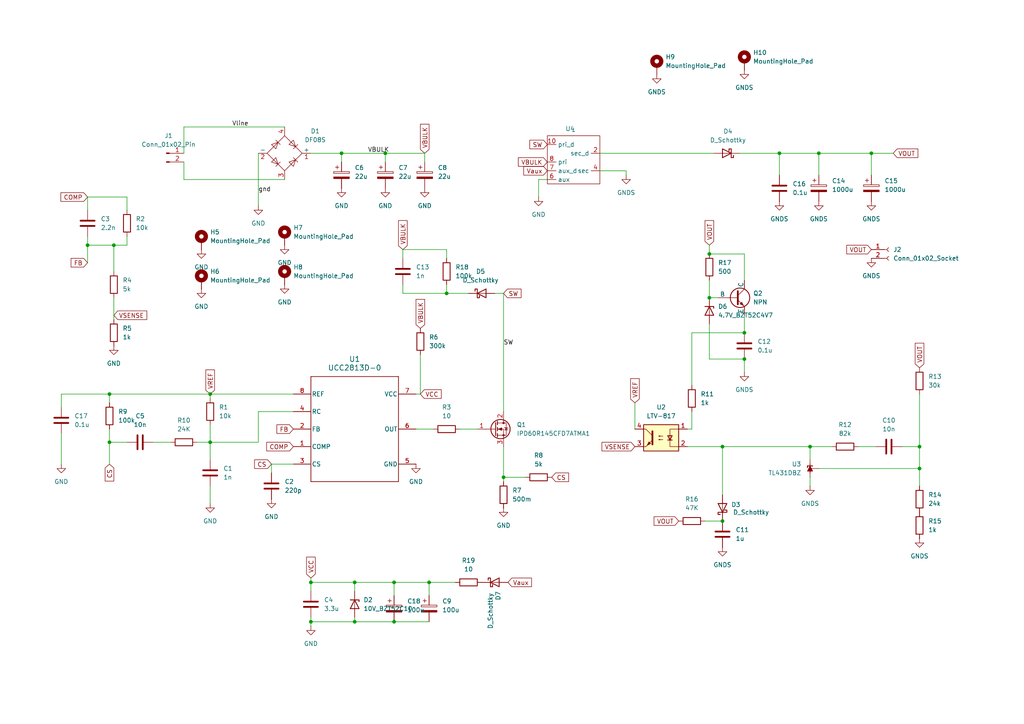
<source format=kicad_sch>
(kicad_sch (version 20250114) (generator "eeschema") (generator_version "9.0")
  (paper "A4")
  (lib_symbols
    (symbol "Connector:Conn_01x02_Pin" (pin_names (offset 1.016) (hide yes))
      (property "Reference" "J" (at 0 2.54 0))
      (property "Value" "Conn_01x02_Pin" (at 0 -5.08 0))
      (symbol "Conn_01x02_Pin_1_1"
        (rectangle (start 0.8636 0.127) (end 0 -0.127) (stroke (width 0.1524)) (fill (type outline)))
        (rectangle (start 0.8636 -2.413) (end 0 -2.667) (stroke (width 0.1524)) (fill (type outline)))
        (polyline (pts (xy 1.27 0) (xy 0.8636 0)) (stroke (width 0.1524)))
        (polyline (pts (xy 1.27 -2.54) (xy 0.8636 -2.54)) (stroke (width 0.1524)))
        (pin passive line (at 5.08 0 180) (length 3.81) (name "Pin_1") (number "1"))
        (pin passive line (at 5.08 -2.54 180) (length 3.81) (name "Pin_2") (number "2"))
      )
    )
    (symbol "Connector:Conn_01x02_Socket" (pin_names (offset 1.016) (hide yes))
      (property "Reference" "J" (at 0 2.54 0))
      (property "Value" "Conn_01x02_Socket" (at 0 -5.08 0))
      (symbol "Conn_01x02_Socket_1_1"
        (polyline (pts (xy -1.27 0) (xy -0.508 0)) (stroke (width 0.1524)))
        (polyline (pts (xy -1.27 -2.54) (xy -0.508 -2.54)) (stroke (width 0.1524)))
        (arc (start 0 -0.508) (mid -0.5058 0) (end 0 0.508) (stroke (width 0.1524)))
        (arc (start 0 -3.048) (mid -0.5058 -2.54) (end 0 -2.032) (stroke (width 0.1524)))
        (pin passive line (at -5.08 0 0) (length 3.81) (name "Pin_1") (number "1"))
        (pin passive line (at -5.08 -2.54 0) (length 3.81) (name "Pin_2") (number "2"))
      )
    )
    (symbol "Device:C" (pin_numbers (hide yes)) (pin_names (offset 0.254))
      (property "Reference" "C" (at 0.635 2.54 0))
      (property "Value" "C" (at 0.635 -2.54 0))
      (symbol "C_0_1"
        (polyline (pts (xy -2.032 0.762) (xy 2.032 0.762)) (stroke (width 0.508)))
        (polyline (pts (xy -2.032 -0.762) (xy 2.032 -0.762)) (stroke (width 0.508)))
      )
      (symbol "C_1_1"
        (pin passive line (at 0 3.81 270) (length 2.794) (name "~") (number "1"))
        (pin passive line (at 0 -3.81 90) (length 2.794) (name "~") (number "2"))
      )
    )
    (symbol "Device:C_Polarized" (pin_numbers (hide yes)) (pin_names (offset 0.254))
      (property "Reference" "C" (at 0.635 2.54 0))
      (property "Value" "C_Polarized" (at 0.635 -2.54 0))
      (symbol "C_Polarized_0_1"
        (rectangle (start -2.286 0.508) (end 2.286 1.016))
        (polyline (pts (xy -1.778 2.286) (xy -0.762 2.286)))
        (polyline (pts (xy -1.27 2.794) (xy -1.27 1.778)))
        (rectangle (start 2.286 -0.508) (end -2.286 -1.016) (fill (type outline)))
      )
      (symbol "C_Polarized_1_1"
        (pin passive line (at 0 3.81 270) (length 2.794) (name "~") (number "1"))
        (pin passive line (at 0 -3.81 90) (length 2.794) (name "~") (number "2"))
      )
    )
    (symbol "Device:D_Schottky" (pin_numbers (hide yes)) (pin_names (offset 1.016) (hide yes))
      (property "Reference" "D" (at 0 2.54 0))
      (property "Value" "D_Schottky" (at 0 -2.54 0))
      (symbol "D_Schottky_0_1"
        (polyline (pts (xy -1.905 0.635) (xy -1.905 1.27) (xy -1.27 1.27) (xy -1.27 -1.27) (xy -0.635 -1.27) (xy -0.635 -0.635)) (stroke (width 0.254)))
        (polyline (pts (xy 1.27 1.27) (xy 1.27 -1.27) (xy -1.27 0) (xy 1.27 1.27)) (stroke (width 0.254)))
        (polyline (pts (xy 1.27 0) (xy -1.27 0)))
      )
      (symbol "D_Schottky_1_1"
        (pin passive line (at -3.81 0 0) (length 2.54) (name "K") (number "1"))
        (pin passive line (at 3.81 0 180) (length 2.54) (name "A") (number "2"))
      )
    )
    (symbol "Device:D_Zener" (pin_numbers (hide yes)) (pin_names (offset 1.016) (hide yes))
      (property "Reference" "D" (at 0 2.54 0))
      (property "Value" "D_Zener" (at 0 -2.54 0))
      (symbol "D_Zener_0_1"
        (polyline (pts (xy -1.27 -1.27) (xy -1.27 1.27) (xy -0.762 1.27)) (stroke (width 0.254)))
        (polyline (pts (xy 1.27 0) (xy -1.27 0)))
        (polyline (pts (xy 1.27 -1.27) (xy 1.27 1.27) (xy -1.27 0) (xy 1.27 -1.27)) (stroke (width 0.254)))
      )
      (symbol "D_Zener_1_1"
        (pin passive line (at -3.81 0 0) (length 2.54) (name "K") (number "1"))
        (pin passive line (at 3.81 0 180) (length 2.54) (name "A") (number "2"))
      )
    )
    (symbol "Device:R" (pin_numbers (hide yes)) (pin_names (offset 0))
      (property "Reference" "R" (at 2.032 0 90))
      (property "Value" "R" (at 0 0 90))
      (symbol "R_0_1"
        (rectangle (start -1.016 -2.54) (end 1.016 2.54) (stroke (width 0.254)))
      )
      (symbol "R_1_1"
        (pin passive line (at 0 3.81 270) (length 1.27) (name "~") (number "1"))
        (pin passive line (at 0 -3.81 90) (length 1.27) (name "~") (number "2"))
      )
    )
    (symbol "Diode_Bridge:DF08S" (pin_names (offset 0))
      (property "Reference" "D" (at 2.54 6.985 0))
      (property "Value" "DF08S" (at 2.54 5.08 0))
      (symbol "DF08S_0_1"
        (polyline (pts (xy -5.08 0) (xy 0 -5.08) (xy 5.08 0) (xy 0 5.08) (xy -5.08 0)))
        (polyline (pts (xy -3.81 2.54) (xy -2.54 1.27) (xy -1.905 3.175) (xy -3.81 2.54)))
        (polyline (pts (xy -2.54 3.81) (xy -1.27 2.54)))
        (polyline (pts (xy -2.54 -1.27) (xy -3.81 -2.54) (xy -1.905 -3.175) (xy -2.54 -1.27)))
        (polyline (pts (xy -1.27 -2.54) (xy -2.54 -3.81)))
        (polyline (pts (xy 1.27 2.54) (xy 2.54 3.81) (xy 3.175 1.905) (xy 1.27 2.54)))
        (polyline (pts (xy 2.54 1.27) (xy 3.81 2.54)))
        (polyline (pts (xy 2.54 -1.27) (xy 3.81 -2.54)))
        (polyline (pts (xy 3.175 -1.905) (xy 1.27 -2.54) (xy 2.54 -3.81) (xy 3.175 -1.905)))
      )
      (symbol "DF08S_1_1"
        (pin passive line (at -7.62 0 0) (length 2.54) (name "-") (number "2"))
        (pin passive line (at 0 7.62 270) (length 2.54) (name "~") (number "4"))
        (pin passive line (at 0 -7.62 90) (length 2.54) (name "~") (number "3"))
        (pin passive line (at 7.62 0 180) (length 2.54) (name "+") (number "1"))
      )
    )
    (symbol "Isolator:LTV-817" (pin_names (offset 1.016))
      (property "Reference" "U" (at -5.08 5.08 0))
      (property "Value" "LTV-817" (at 0 5.08 0))
      (symbol "LTV-817_0_1"
        (rectangle (start -5.08 3.81) (end 5.08 -3.81) (stroke (width 0.254)) (fill (type background)))
        (polyline (pts (xy -5.08 2.54) (xy -2.54 2.54) (xy -2.54 -0.762)))
        (polyline (pts (xy -3.175 -0.635) (xy -1.905 -0.635)) (stroke (width 0.254)))
        (polyline (pts (xy -2.54 -0.635) (xy -2.54 -2.54) (xy -5.08 -2.54)))
        (polyline (pts (xy -2.54 -0.635) (xy -3.175 0.635) (xy -1.905 0.635) (xy -2.54 -0.635)) (stroke (width 0.254)))
        (polyline (pts (xy -0.508 0.508) (xy 0.762 0.508) (xy 0.381 0.381) (xy 0.381 0.635) (xy 0.762 0.508)))
        (polyline (pts (xy -0.508 -0.508) (xy 0.762 -0.508) (xy 0.381 -0.635) (xy 0.381 -0.381) (xy 0.762 -0.508)))
        (polyline (pts (xy 2.54 1.905) (xy 2.54 -1.905) (xy 2.54 -1.905)) (stroke (width 0.508)))
        (polyline (pts (xy 2.54 0.635) (xy 4.445 2.54)))
        (polyline (pts (xy 3.048 -1.651) (xy 3.556 -1.143) (xy 4.064 -2.159) (xy 3.048 -1.651) (xy 3.048 -1.651)) (fill (type outline)))
        (polyline (pts (xy 4.445 2.54) (xy 5.08 2.54)))
        (polyline (pts (xy 4.445 -2.54) (xy 2.54 -0.635)) (fill (type outline)))
        (polyline (pts (xy 4.445 -2.54) (xy 5.08 -2.54)))
      )
      (symbol "LTV-817_1_1"
        (pin passive line (at -7.62 2.54 0) (length 2.54) (name "~") (number "1"))
        (pin passive line (at -7.62 -2.54 0) (length 2.54) (name "~") (number "2"))
        (pin passive line (at 7.62 2.54 180) (length 2.54) (name "~") (number "4"))
        (pin passive line (at 7.62 -2.54 180) (length 2.54) (name "~") (number "3"))
      )
    )
    (symbol "Mechanical:MountingHole_Pad" (pin_numbers (hide yes)) (pin_names (offset 1.016) (hide yes)) (in_bom no)
      (property "Reference" "H" (at 0 6.35 0))
      (property "Value" "MountingHole_Pad" (at 0 4.445 0))
      (symbol "MountingHole_Pad_0_1"
        (circle (center 0 1.27) (radius 1.27) (stroke (width 1.27)))
      )
      (symbol "MountingHole_Pad_1_1"
        (pin input line (at 0 -2.54 90) (length 2.54) (name "1") (number "1"))
      )
    )
    (symbol "Reference_Voltage:TL431DBZ" (pin_numbers (hide yes)) (pin_names (hide yes))
      (property "Reference" "U" (at -2.54 2.54 0))
      (property "Value" "TL431DBZ" (at 0 -2.54 0))
      (symbol "TL431DBZ_0_1"
        (polyline (pts (xy -1.27 0) (xy 0 0) (xy 1.27 0)))
        (polyline (pts (xy -0.762 -0.762) (xy -0.762 0.762) (xy 0.762 0) (xy -0.762 -0.762)) (fill (type outline)))
        (polyline (pts (xy 0.254 -0.762) (xy 0.762 -0.762) (xy 0.762 0.762) (xy 0.762 0.762)) (stroke (width 0.254)))
      )
      (symbol "TL431DBZ_1_1"
        (pin passive line (at -2.54 0 0) (length 2.54) (name "A") (number "3"))
        (pin passive line (at 0 2.54 270) (length 2.54) (name "REF") (number "2"))
        (pin passive line (at 2.54 0 180) (length 2.54) (name "K") (number "1"))
      )
    )
    (symbol "Simulation_SPICE:NPN" (pin_numbers (hide yes)) (pin_names (offset 0))
      (property "Reference" "Q" (at -2.54 7.62 0))
      (property "Value" "NPN" (at -2.54 5.08 0))
      (symbol "NPN_0_1"
        (polyline (pts (xy -2.54 0) (xy 0.635 0)) (stroke (width 0.1524)))
        (polyline (pts (xy 0.635 1.905) (xy 0.635 -1.905) (xy 0.635 -1.905)) (stroke (width 0.508)))
        (polyline (pts (xy 0.635 0.635) (xy 2.54 2.54)))
        (polyline (pts (xy 0.635 -0.635) (xy 2.54 -2.54) (xy 2.54 -2.54)))
        (circle (center 1.27 0) (radius 2.8194) (stroke (width 0.254)))
        (polyline (pts (xy 1.27 -1.778) (xy 1.778 -1.27) (xy 2.286 -2.286) (xy 1.27 -1.778) (xy 1.27 -1.778)) (fill (type outline)))
        (polyline (pts (xy 2.794 -1.27) (xy 2.794 -1.27)) (stroke (width 0.1524)))
        (polyline (pts (xy 2.794 -1.27) (xy 2.794 -1.27)) (stroke (width 0.1524)))
      )
      (symbol "NPN_1_1"
        (pin input line (at -5.08 0 0) (length 2.54) (name "B") (number "2"))
        (pin open_collector line (at 2.54 5.08 270) (length 2.54) (name "C") (number "1"))
        (pin open_emitter line (at 2.54 -5.08 90) (length 2.54) (name "E") (number "3"))
      )
    )
    (symbol "Transistor_FET:IPD50R380CE" (pin_names (hide yes))
      (property "Reference" "Q" (at 5.08 1.905 0))
      (property "Value" "IPD50R380CE" (at 5.08 0 0))
      (symbol "IPD50R380CE_0_1"
        (polyline (pts (xy 0.254 1.905) (xy 0.254 -1.905)) (stroke (width 0.254)))
        (polyline (pts (xy 0.254 0) (xy -2.54 0)))
        (polyline (pts (xy 0.762 2.286) (xy 0.762 1.27)) (stroke (width 0.254)))
        (polyline (pts (xy 0.762 0.508) (xy 0.762 -0.508)) (stroke (width 0.254)))
        (polyline (pts (xy 0.762 -1.27) (xy 0.762 -2.286)) (stroke (width 0.254)))
        (polyline (pts (xy 0.762 -1.778) (xy 3.302 -1.778) (xy 3.302 1.778) (xy 0.762 1.778)))
        (polyline (pts (xy 1.016 0) (xy 2.032 0.381) (xy 2.032 -0.381) (xy 1.016 0)) (fill (type outline)))
        (circle (center 1.651 0) (radius 2.794) (stroke (width 0.254)))
        (polyline (pts (xy 2.54 2.54) (xy 2.54 1.778)))
        (circle (center 2.54 1.778) (radius 0.254) (fill (type outline)))
        (circle (center 2.54 -1.778) (radius 0.254) (fill (type outline)))
        (polyline (pts (xy 2.54 -2.54) (xy 2.54 0) (xy 0.762 0)))
        (polyline (pts (xy 2.794 0.508) (xy 2.921 0.381) (xy 3.683 0.381) (xy 3.81 0.254)))
        (polyline (pts (xy 3.302 0.381) (xy 2.921 -0.254) (xy 3.683 -0.254) (xy 3.302 0.381)))
      )
      (symbol "IPD50R380CE_1_1"
        (pin input line (at -5.08 0 0) (length 2.54) (name "G") (number "1"))
        (pin passive line (at 2.54 5.08 270) (length 2.54) (name "D") (number "2"))
        (pin passive line (at 2.54 -5.08 90) (length 2.54) (name "S") (number "3"))
      )
    )
    (symbol "UCC2813-0:UCC2813D-0" (pin_names (offset 0.254))
      (property "Reference" "U" (at 0 2.54 0))
      (property "Value" "UCC2813D-0" (at 0 0 0))
      (symbol "UCC2813D-0_0_1"
        (polyline (pts (xy -12.7 15.24) (xy -12.7 -15.24)) (stroke (width 0.2032)))
        (polyline (pts (xy -12.7 -15.24) (xy 12.7 -15.24)) (stroke (width 0.2032)))
        (polyline (pts (xy 12.7 15.24) (xy -12.7 15.24)) (stroke (width 0.2032)))
        (polyline (pts (xy 12.7 -15.24) (xy 12.7 15.24)) (stroke (width 0.2032)))
        (pin power_in line (at -17.78 10.16 0) (length 5.08) (name "REF") (number "8"))
        (pin input line (at -17.78 5.08 0) (length 5.08) (name "RC") (number "4"))
        (pin input line (at -17.78 0 0) (length 5.08) (name "FB") (number "2"))
        (pin output line (at -17.78 -5.08 0) (length 5.08) (name "COMP") (number "1"))
        (pin input line (at -17.78 -10.16 0) (length 5.08) (name "CS") (number "3"))
        (pin power_in line (at 17.78 10.16 180) (length 5.08) (name "VCC") (number "7"))
        (pin output line (at 17.78 0 180) (length 5.08) (name "OUT") (number "6"))
        (pin power_in line (at 17.78 -10.16 180) (length 5.08) (name "GND") (number "5"))
      )
    )
    (symbol "power:GND" (power) (pin_numbers (hide yes)) (pin_names (offset 0) (hide yes))
      (property "Value" "GND" (at 0 -3.81 0))
      (symbol "GND_0_1"
        (polyline (pts (xy 0 0) (xy 0 -1.27) (xy 1.27 -1.27) (xy 0 -2.54) (xy -1.27 -1.27) (xy 0 -1.27)))
      )
      (symbol "GND_1_1"
        (pin power_in line (at 0 0 270) (length 0) (name "~") (number "1"))
      )
    )
    (symbol "power:GNDS" (power) (pin_numbers (hide yes)) (pin_names (offset 0) (hide yes))
      (property "Value" "GNDS" (at 0 -3.81 0))
      (symbol "GNDS_0_1"
        (polyline (pts (xy 0 0) (xy 0 -1.27) (xy 1.27 -1.27) (xy 0 -2.54) (xy -1.27 -1.27) (xy 0 -1.27)))
      )
      (symbol "GNDS_1_1"
        (pin power_in line (at 0 0 270) (length 0) (name "~") (number "1"))
      )
    )
    (symbol "transformer:transformer_1"
      (property "Reference" "U" (at 1.016 1.27 0))
      (symbol "transformer_1_0_1"
        (rectangle (start -6.35 0) (end 8.89 -13.97))
      )
      (symbol "transformer_1_1_1"
        (pin bidirectional line (at -6.35 -2.54 0) (length 2.54) (name "pri_d") (number "10"))
        (pin bidirectional line (at -6.35 -5.08 180) (length 2.54) (hide yes) (name "9") (number "9"))
        (pin bidirectional line (at -6.35 -7.62 0) (length 2.54) (name "pri") (number "8"))
        (pin bidirectional line (at -6.35 -10.16 0) (length 2.54) (name "aux_d") (number "7"))
        (pin bidirectional line (at -6.35 -12.7 0) (length 2.54) (name "aux") (number "6"))
        (pin no_connect line (at 6.35 -2.54 0) (length 2.54) (hide yes) (name "1") (number "1"))
        (pin no_connect line (at 6.35 -7.62 0) (length 2.54) (hide yes) (name "3") (number "3"))
        (pin no_connect line (at 6.35 -12.7 0) (length 2.54) (hide yes) (name "5") (number "5"))
        (pin bidirectional line (at 8.89 -5.08 180) (length 2.54) (name "sec_d") (number "2"))
        (pin bidirectional line (at 8.89 -10.16 180) (length 2.54) (name "sec") (number "4"))
      )
    )
  )
  (junction (at 215.9 104.14))
  (junction (at 266.7 129.54))
  (junction (at 60.96 114.3))
  (junction (at 209.55 129.54))
  (junction (at 60.96 128.27))
  (junction (at 252.73 44.45))
  (junction (at 114.3 180.34))
  (junction (at 205.74 86.36))
  (junction (at 31.75 128.27))
  (junction (at 234.95 129.54))
  (junction (at 114.3 168.91))
  (junction (at 146.05 138.43))
  (junction (at 237.49 44.45))
  (junction (at 226.06 44.45))
  (junction (at 209.55 151.13))
  (junction (at 102.87 168.91))
  (junction (at 102.87 180.34))
  (junction (at 129.54 85.09))
  (junction (at 25.4 71.12))
  (junction (at 111.76 44.45))
  (junction (at 90.17 168.91))
  (junction (at 99.06 44.45))
  (junction (at 215.9 96.52))
  (junction (at 33.02 71.12))
  (junction (at 124.46 168.91))
  (junction (at 31.75 114.3))
  (junction (at 90.17 180.34))
  (junction (at 205.74 73.66))
  (junction (at 266.7 135.89))
  (wire (pts (xy 173.99 49.53) (xy 181.61 49.53)))
  (wire (pts (xy 31.75 134.62) (xy 31.75 128.27)))
  (wire (pts (xy 120.65 124.46) (xy 125.73 124.46)))
  (wire (pts (xy 102.87 171.45) (xy 102.87 168.91)))
  (wire (pts (xy 205.74 93.98) (xy 205.74 104.14)))
  (wire (pts (xy 234.95 129.54) (xy 241.3 129.54)))
  (wire (pts (xy 111.76 44.45) (xy 123.19 44.45)))
  (wire (pts (xy 200.66 96.52) (xy 215.9 96.52)))
  (wire (pts (xy 133.35 124.46) (xy 138.43 124.46)))
  (wire (pts (xy 116.84 82.55) (xy 116.84 85.09)))
  (wire (pts (xy 53.34 52.07) (xy 53.34 46.99)))
  (wire (pts (xy 33.02 71.12) (xy 33.02 78.74)))
  (wire (pts (xy 209.55 129.54) (xy 199.39 129.54)))
  (wire (pts (xy 74.93 44.45) (xy 74.93 59.69)))
  (wire (pts (xy 184.15 116.84) (xy 184.15 124.46)))
  (wire (pts (xy 31.75 116.84) (xy 31.75 114.3)))
  (wire (pts (xy 209.55 129.54) (xy 234.95 129.54)))
  (wire (pts (xy 266.7 140.97) (xy 266.7 135.89)))
  (wire (pts (xy 44.45 128.27) (xy 49.53 128.27)))
  (wire (pts (xy 215.9 73.66) (xy 205.74 73.66)))
  (wire (pts (xy 90.17 168.91) (xy 90.17 171.45)))
  (wire (pts (xy 114.3 180.34) (xy 124.46 180.34)))
  (wire (pts (xy 209.55 143.51) (xy 209.55 129.54)))
  (wire (pts (xy 146.05 129.54) (xy 146.05 138.43)))
  (wire (pts (xy 25.4 68.58) (xy 25.4 71.12)))
  (wire (pts (xy 25.4 57.15) (xy 36.83 57.15)))
  (wire (pts (xy 129.54 85.09) (xy 116.84 85.09)))
  (wire (pts (xy 205.74 81.28) (xy 205.74 86.36)))
  (wire (pts (xy 156.21 52.07) (xy 158.75 52.07)))
  (wire (pts (xy 25.4 57.15) (xy 25.4 60.96)))
  (wire (pts (xy 146.05 85.09) (xy 146.05 119.38)))
  (wire (pts (xy 90.17 181.61) (xy 90.17 180.34)))
  (wire (pts (xy 252.73 44.45) (xy 252.73 50.8)))
  (wire (pts (xy 57.15 128.27) (xy 60.96 128.27)))
  (wire (pts (xy 60.96 128.27) (xy 74.93 128.27)))
  (wire (pts (xy 120.65 114.3) (xy 121.92 114.3)))
  (wire (pts (xy 90.17 44.45) (xy 99.06 44.45)))
  (wire (pts (xy 135.89 85.09) (xy 129.54 85.09)))
  (wire (pts (xy 121.92 102.87) (xy 121.92 114.3)))
  (wire (pts (xy 215.9 81.28) (xy 215.9 73.66)))
  (wire (pts (xy 78.74 134.62) (xy 85.09 134.62)))
  (wire (pts (xy 208.28 86.36) (xy 205.74 86.36)))
  (wire (pts (xy 99.06 44.45) (xy 99.06 46.99)))
  (wire (pts (xy 90.17 180.34) (xy 102.87 180.34)))
  (wire (pts (xy 53.34 44.45) (xy 53.34 36.83)))
  (wire (pts (xy 124.46 172.72) (xy 124.46 168.91)))
  (wire (pts (xy 237.49 135.89) (xy 266.7 135.89)))
  (wire (pts (xy 114.3 172.72) (xy 114.3 168.91)))
  (wire (pts (xy 31.75 128.27) (xy 31.75 124.46)))
  (wire (pts (xy 129.54 74.93) (xy 129.54 72.39)))
  (wire (pts (xy 17.78 134.62) (xy 17.78 125.73)))
  (wire (pts (xy 261.62 129.54) (xy 266.7 129.54)))
  (wire (pts (xy 53.34 36.83) (xy 82.55 36.83)))
  (wire (pts (xy 215.9 107.95) (xy 215.9 104.14)))
  (wire (pts (xy 60.96 115.57) (xy 60.96 114.3)))
  (wire (pts (xy 36.83 60.96) (xy 36.83 57.15)))
  (wire (pts (xy 36.83 68.58) (xy 36.83 71.12)))
  (wire (pts (xy 60.96 140.97) (xy 60.96 146.05)))
  (wire (pts (xy 90.17 180.34) (xy 90.17 179.07)))
  (wire (pts (xy 173.99 44.45) (xy 207.01 44.45)))
  (wire (pts (xy 123.19 44.45) (xy 123.19 46.99)))
  (wire (pts (xy 200.66 119.38) (xy 200.66 124.46)))
  (wire (pts (xy 78.74 137.16) (xy 78.74 134.62)))
  (wire (pts (xy 74.93 119.38) (xy 74.93 128.27)))
  (wire (pts (xy 129.54 82.55) (xy 129.54 85.09)))
  (wire (pts (xy 102.87 168.91) (xy 114.3 168.91)))
  (wire (pts (xy 116.84 72.39) (xy 129.54 72.39)))
  (wire (pts (xy 146.05 138.43) (xy 146.05 139.7)))
  (wire (pts (xy 259.08 44.45) (xy 252.73 44.45)))
  (wire (pts (xy 99.06 44.45) (xy 111.76 44.45)))
  (wire (pts (xy 205.74 104.14) (xy 215.9 104.14)))
  (wire (pts (xy 226.06 44.45) (xy 237.49 44.45)))
  (wire (pts (xy 60.96 123.19) (xy 60.96 128.27)))
  (wire (pts (xy 85.09 119.38) (xy 74.93 119.38)))
  (wire (pts (xy 234.95 129.54) (xy 234.95 133.35)))
  (wire (pts (xy 114.3 168.91) (xy 124.46 168.91)))
  (wire (pts (xy 143.51 85.09) (xy 146.05 85.09)))
  (wire (pts (xy 200.66 111.76) (xy 200.66 96.52)))
  (wire (pts (xy 116.84 72.39) (xy 116.84 74.93)))
  (wire (pts (xy 199.39 124.46) (xy 200.66 124.46)))
  (wire (pts (xy 252.73 44.45) (xy 237.49 44.45)))
  (wire (pts (xy 33.02 86.36) (xy 33.02 92.71)))
  (wire (pts (xy 156.21 57.15) (xy 156.21 52.07)))
  (wire (pts (xy 226.06 44.45) (xy 214.63 44.45)))
  (wire (pts (xy 102.87 179.07) (xy 102.87 180.34)))
  (wire (pts (xy 17.78 118.11) (xy 17.78 114.3)))
  (wire (pts (xy 124.46 168.91) (xy 132.08 168.91)))
  (wire (pts (xy 31.75 128.27) (xy 36.83 128.27)))
  (wire (pts (xy 146.05 138.43) (xy 152.4 138.43)))
  (wire (pts (xy 248.92 129.54) (xy 254 129.54)))
  (wire (pts (xy 234.95 140.97) (xy 234.95 138.43)))
  (wire (pts (xy 266.7 135.89) (xy 266.7 129.54)))
  (wire (pts (xy 237.49 44.45) (xy 237.49 50.8)))
  (wire (pts (xy 31.75 114.3) (xy 60.96 114.3)))
  (wire (pts (xy 204.47 151.13) (xy 209.55 151.13)))
  (wire (pts (xy 82.55 52.07) (xy 53.34 52.07)))
  (wire (pts (xy 181.61 49.53) (xy 181.61 50.8)))
  (wire (pts (xy 90.17 167.64) (xy 90.17 168.91)))
  (wire (pts (xy 60.96 114.3) (xy 85.09 114.3)))
  (wire (pts (xy 25.4 71.12) (xy 25.4 76.2)))
  (wire (pts (xy 60.96 128.27) (xy 60.96 133.35)))
  (wire (pts (xy 102.87 180.34) (xy 114.3 180.34)))
  (wire (pts (xy 215.9 91.44) (xy 215.9 96.52)))
  (wire (pts (xy 205.74 71.12) (xy 205.74 73.66)))
  (wire (pts (xy 111.76 44.45) (xy 111.76 46.99)))
  (wire (pts (xy 33.02 71.12) (xy 36.83 71.12)))
  (wire (pts (xy 266.7 114.3) (xy 266.7 129.54)))
  (wire (pts (xy 226.06 44.45) (xy 226.06 50.8)))
  (wire (pts (xy 90.17 168.91) (xy 102.87 168.91)))
  (wire (pts (xy 25.4 71.12) (xy 33.02 71.12)))
  (wire (pts (xy 17.78 114.3) (xy 31.75 114.3)))
  (label "gnd" (at 74.93 55.88 0))
  (label "VBULK" (at 106.68 44.45 0))
  (label "Vline" (at 67.31 36.83 0))
  (label "SW" (at 146.05 100.33 0))
  (global_label "Vaux" (shape input) (at 147.32 168.91 0) (property "Intersheetrefs" "${INTERSHEET_REFS}" (effects (hide yes))))
  (global_label "VREF" (shape input) (at 60.96 114.3 90) (property "Intersheetrefs" "${INTERSHEET_REFS}" (effects (hide yes))))
  (global_label "SW" (shape input) (at 158.75 41.91 180) (property "Intersheetrefs" "${INTERSHEET_REFS}" (effects (hide yes))))
  (global_label "CS" (shape input) (at 78.74 134.62 180) (property "Intersheetrefs" "${INTERSHEET_REFS}" (effects (hide yes))))
  (global_label "SW" (shape input) (at 146.05 85.09 0) (property "Intersheetrefs" "${INTERSHEET_REFS}" (effects (hide yes))))
  (global_label "CS" (shape input) (at 31.75 134.62 270) (property "Intersheetrefs" "${INTERSHEET_REFS}" (effects (hide yes))))
  (global_label "VCC" (shape input) (at 121.92 114.3 0) (property "Intersheetrefs" "${INTERSHEET_REFS}" (effects (hide yes))))
  (global_label "VOUT" (shape input) (at 252.73 72.39 180) (property "Intersheetrefs" "${INTERSHEET_REFS}" (effects (hide yes))))
  (global_label "FB" (shape input) (at 25.4 76.2 180) (property "Intersheetrefs" "${INTERSHEET_REFS}" (effects (hide yes))))
  (global_label "VOUT" (shape input) (at 266.7 106.68 90) (property "Intersheetrefs" "${INTERSHEET_REFS}" (effects (hide yes))))
  (global_label "VOUT" (shape input) (at 259.08 44.45 0) (property "Intersheetrefs" "${INTERSHEET_REFS}" (effects (hide yes))))
  (global_label "VBULK" (shape input) (at 123.19 44.45 90) (property "Intersheetrefs" "${INTERSHEET_REFS}" (effects (hide yes))))
  (global_label "VBULK" (shape input) (at 116.84 72.39 90) (property "Intersheetrefs" "${INTERSHEET_REFS}" (effects (hide yes))))
  (global_label "VREF" (shape input) (at 184.15 116.84 90) (property "Intersheetrefs" "${INTERSHEET_REFS}" (effects (hide yes))))
  (global_label "FB" (shape input) (at 85.09 124.46 180) (property "Intersheetrefs" "${INTERSHEET_REFS}" (effects (hide yes))))
  (global_label "VSENSE" (shape input) (at 184.15 129.54 180) (property "Intersheetrefs" "${INTERSHEET_REFS}" (effects (hide yes))))
  (global_label "VSENSE" (shape input) (at 33.02 91.44 0) (property "Intersheetrefs" "${INTERSHEET_REFS}" (effects (hide yes))))
  (global_label "VCC" (shape input) (at 90.17 167.64 90) (property "Intersheetrefs" "${INTERSHEET_REFS}" (effects (hide yes))))
  (global_label "Vaux" (shape input) (at 158.75 49.53 180) (property "Intersheetrefs" "${INTERSHEET_REFS}" (effects (hide yes))))
  (global_label "VBULK" (shape input) (at 121.92 95.25 90) (property "Intersheetrefs" "${INTERSHEET_REFS}" (effects (hide yes))))
  (global_label "CS" (shape input) (at 160.02 138.43 0) (property "Intersheetrefs" "${INTERSHEET_REFS}" (effects (hide yes))))
  (global_label "COMP" (shape input) (at 85.09 129.54 180) (property "Intersheetrefs" "${INTERSHEET_REFS}" (effects (hide yes))))
  (global_label "VBULK" (shape input) (at 158.75 46.99 180) (property "Intersheetrefs" "${INTERSHEET_REFS}" (effects (hide yes))))
  (global_label "VOUT" (shape input) (at 205.74 71.12 90) (property "Intersheetrefs" "${INTERSHEET_REFS}" (effects (hide yes))))
  (global_label "COMP" (shape input) (at 25.4 57.15 180) (property "Intersheetrefs" "${INTERSHEET_REFS}" (effects (hide yes))))
  (global_label "VOUT" (shape input) (at 196.85 151.13 180) (property "Intersheetrefs" "${INTERSHEET_REFS}" (effects (hide yes))))
  (symbol (lib_id "power:GNDS") (at 234.95 140.97 0) (unit 1)
    (property "Reference" "#PWR011" (effects (hide yes)))
    (property "Value" "GNDS" (at 234.95 146.05 0))
    (property "Description" "Power symbol creates a global label with name \"GNDS\" , signal ground" (effects (hide yes)))
  )
  (symbol (lib_id "power:GNDS") (at 237.49 58.42 0) (unit 1)
    (property "Reference" "#PWR015" (effects (hide yes)))
    (property "Value" "GNDS" (at 237.49 63.5 0))
    (property "Description" "Power symbol creates a global label with name \"GNDS\" , signal ground" (effects (hide yes)))
  )
  (symbol (lib_id "Mechanical:MountingHole_Pad") (at 58.42 69.85 0) (unit 1) (in_bom no)
    (property "Reference" "H5" (at 60.96 67.3099 0) (effects (justify left)))
    (property "Value" "MountingHole_Pad" (at 60.96 69.8499 0) (effects (justify left)))
    (property "Footprint" "MountingHole:MountingHole_3mm_Pad_Via" (effects (hide yes)))
    (property "Description" "Mounting Hole with connection" (effects (hide yes)))
  )
  (symbol (lib_id "Device:C_Polarized") (at 111.76 50.8 0) (unit 1)
    (property "Reference" "C7" (at 115.57 48.6409 0) (effects (justify left)))
    (property "Value" "22u" (at 115.57 51.1809 0) (effects (justify left)))
    (property "Footprint" "Capacitor_THT:C_Radial_D12.5mm_H20.0mm_P5.00mm" (effects (hide yes)))
    (property "Description" "Polarized capacitor" (effects (hide yes)))
  )
  (symbol (lib_id "Device:C") (at 78.74 140.97 0) (unit 1)
    (property "Reference" "C2" (at 82.55 139.6999 0) (effects (justify left)))
    (property "Value" "220p" (at 82.55 142.2399 0) (effects (justify left)))
    (property "Footprint" "Capacitor_SMD:C_0805_2012Metric_Pad1.18x1.45mm_HandSolder" (effects (hide yes)))
    (property "Description" "Unpolarized capacitor" (effects (hide yes)))
  )
  (symbol (lib_id "Mechanical:MountingHole_Pad") (at 58.42 81.28 0) (unit 1) (in_bom no)
    (property "Reference" "H6" (at 60.96 78.7399 0) (effects (justify left)))
    (property "Value" "MountingHole_Pad" (at 60.96 81.2799 0) (effects (justify left)))
    (property "Footprint" "MountingHole:MountingHole_3mm_Pad_Via" (effects (hide yes)))
    (property "Description" "Mounting Hole with connection" (effects (hide yes)))
  )
  (symbol (lib_id "power:GNDS") (at 181.61 50.8 0) (unit 1)
    (property "Reference" "#PWR018" (effects (hide yes)))
    (property "Value" "GNDS" (at 181.61 55.88 0))
    (property "Description" "Power symbol creates a global label with name \"GNDS\" , signal ground" (effects (hide yes)))
  )
  (symbol (lib_id "Device:R") (at 266.7 144.78 0) (unit 1)
    (property "Reference" "R14" (at 269.24 143.5099 0) (effects (justify left)))
    (property "Value" "24k" (at 269.24 146.0499 0) (effects (justify left)))
    (property "Footprint" "Resistor_SMD:R_0805_2012Metric_Pad1.20x1.40mm_HandSolder" (effects (hide yes)))
    (property "Description" "Resistor" (effects (hide yes)))
  )
  (symbol (lib_id "Reference_Voltage:TL431DBZ") (at 234.95 135.89 270) (mirror x) (unit 1)
    (property "Reference" "U3" (at 232.41 134.6199 90) (effects (justify right)))
    (property "Value" "TL431DBZ" (at 232.41 137.1599 90) (effects (justify right)))
    (property "Footprint" "Package_TO_SOT_SMD:SOT-23" (effects (hide yes)))
    (property "Datasheet" "http://www.ti.com/lit/ds/symlink/tl431.pdf" (effects (hide yes)))
    (property "Description" "Shunt Regulator, SOT-23" (effects (hide yes)))
  )
  (symbol (lib_id "Connector:Conn_01x02_Pin") (at 48.26 44.45 0) (unit 1)
    (property "Reference" "J1" (at 48.895 39.37 0))
    (property "Value" "Conn_01x02_Pin" (at 48.895 41.91 0))
    (property "Footprint" "TerminalBlock:TerminalBlock_bornier-2_P5.08mm" (effects (hide yes)))
    (property "Description" "Generic connector, single row, 01x02, script generated" (effects (hide yes)))
  )
  (symbol (lib_id "Simulation_SPICE:NPN") (at 213.36 86.36 0) (unit 1)
    (property "Reference" "Q2" (at 218.44 85.0899 0) (effects (justify left)))
    (property "Value" "NPN" (at 218.44 87.6299 0) (effects (justify left)))
    (property "Footprint" "Package_TO_SOT_SMD:TSOT-23_HandSoldering" (effects (hide yes)))
    (property "Datasheet" "https://ngspice.sourceforge.io/docs/ngspice-html-manual/manual.xhtml#cha_BJTs" (effects (hide yes)))
    (property "Description" "Bipolar transistor symbol for simulation only, substrate tied to the emitter" (effects (hide yes)))
    (property "Sim.Device" "NPN" (effects (hide yes)))
    (property "Sim.Type" "GUMMELPOON" (effects (hide yes)))
    (property "Sim.Pins" "1=C 2=B 3=E" (effects (hide yes)))
  )
  (symbol (lib_id "Device:R") (at 31.75 120.65 0) (unit 1)
    (property "Reference" "R9" (at 34.29 119.3799 0) (effects (justify left)))
    (property "Value" "100k" (at 34.29 121.9199 0) (effects (justify left)))
    (property "Footprint" "Resistor_SMD:R_0805_2012Metric_Pad1.20x1.40mm_HandSolder" (effects (hide yes)))
    (property "Description" "Resistor" (effects (hide yes)))
  )
  (symbol (lib_id "Device:C") (at 90.17 175.26 0) (unit 1)
    (property "Reference" "C4" (at 93.98 173.9899 0) (effects (justify left)))
    (property "Value" "3.3u" (at 93.98 176.5299 0) (effects (justify left)))
    (property "Footprint" "Capacitor_SMD:C_1210_3225Metric_Pad1.33x2.70mm_HandSolder" (effects (hide yes)))
    (property "Description" "Unpolarized capacitor" (effects (hide yes)))
  )
  (symbol (lib_id "Device:C") (at 215.9 100.33 0) (unit 1)
    (property "Reference" "C12" (at 219.71 99.0599 0) (effects (justify left)))
    (property "Value" "0.1u" (at 219.71 101.5999 0) (effects (justify left)))
    (property "Footprint" "Capacitor_SMD:C_1210_3225Metric_Pad1.33x2.70mm_HandSolder" (effects (hide yes)))
    (property "Description" "Unpolarized capacitor" (effects (hide yes)))
  )
  (symbol (lib_id "Device:R") (at 200.66 115.57 180) (unit 1)
    (property "Reference" "R11" (at 203.2 114.2999 0) (effects (justify right)))
    (property "Value" "1k" (at 203.2 116.8399 0) (effects (justify right)))
    (property "Footprint" "Resistor_SMD:R_0805_2012Metric_Pad1.20x1.40mm_HandSolder" (effects (hide yes)))
    (property "Description" "Resistor" (effects (hide yes)))
  )
  (symbol (lib_id "power:GND") (at 78.74 144.78 0) (unit 1)
    (property "Reference" "#PWR02" (effects (hide yes)))
    (property "Value" "GND" (at 78.74 149.86 0))
    (property "Description" "Power symbol creates a global label with name \"GND\" , ground" (effects (hide yes)))
  )
  (symbol (lib_id "Device:R") (at 135.89 168.91 90) (unit 1)
    (property "Reference" "R19" (at 135.89 162.56 90))
    (property "Value" "10" (at 135.89 165.1 90))
    (property "Footprint" "Resistor_SMD:R_0805_2012Metric_Pad1.20x1.40mm_HandSolder" (effects (hide yes)))
    (property "Description" "Resistor" (effects (hide yes)))
  )
  (symbol (lib_id "Device:R") (at 146.05 143.51 0) (unit 1)
    (property "Reference" "R7" (at 148.59 142.2399 0) (effects (justify left)))
    (property "Value" "500m" (at 148.59 144.7799 0) (effects (justify left)))
    (property "Footprint" "Resistor_SMD:R_0805_2012Metric_Pad1.20x1.40mm_HandSolder" (effects (hide yes)))
    (property "Description" "Resistor" (effects (hide yes)))
  )
  (symbol (lib_id "UCC2813-0:UCC2813D-0") (at 102.87 124.46 0) (unit 1)
    (property "Reference" "U1" (at 102.87 104.14 0) (effects (font (size 1.524 1.524))))
    (property "Value" "UCC2813D-0" (at 102.87 106.68 0) (effects (font (size 1.524 1.524))))
    (property "Footprint" "UCC2813-0:D0008A_L" (effects (hide yes)))
    (property "Datasheet" "UCC2813D-0" (effects (hide yes)))
  )
  (symbol (lib_id "Device:R") (at 129.54 78.74 0) (unit 1)
    (property "Reference" "R18" (at 132.08 77.4699 0) (effects (justify left)))
    (property "Value" "100k" (at 132.08 80.0099 0) (effects (justify left)))
    (property "Footprint" "Resistor_SMD:R_0805_2012Metric_Pad1.20x1.40mm_HandSolder" (effects (hide yes)))
    (property "Description" "Resistor" (effects (hide yes)))
  )
  (symbol (lib_id "Device:D_Schottky") (at 209.55 147.32 90) (unit 1)
    (property "Reference" "D3" (at 212.09 146.3674 90) (effects (justify right)))
    (property "Value" "D_Schottky" (at 212.598 148.59 90) (effects (justify right)))
    (property "Footprint" "Diode_SMD:Nexperia_CFP3_SOD-123W" (effects (hide yes)))
    (property "Description" "Schottky diode" (effects (hide yes)))
  )
  (symbol (lib_id "power:GNDS") (at 266.7 156.21 0) (unit 1)
    (property "Reference" "#PWR012" (effects (hide yes)))
    (property "Value" "GNDS" (at 266.7 161.29 0))
    (property "Description" "Power symbol creates a global label with name \"GNDS\" , signal ground" (effects (hide yes)))
  )
  (symbol (lib_id "Device:R") (at 121.92 99.06 0) (unit 1)
    (property "Reference" "R6" (at 124.46 97.7899 0) (effects (justify left)))
    (property "Value" "300k" (at 124.46 100.3299 0) (effects (justify left)))
    (property "Footprint" "Resistor_SMD:R_0805_2012Metric_Pad1.20x1.40mm_HandSolder" (effects (hide yes)))
    (property "Description" "Resistor" (effects (hide yes)))
  )
  (symbol (lib_id "Device:R") (at 60.96 119.38 0) (unit 1)
    (property "Reference" "R1" (at 63.5 118.1099 0) (effects (justify left)))
    (property "Value" "10k" (at 63.5 120.6499 0) (effects (justify left)))
    (property "Footprint" "Resistor_SMD:R_0805_2012Metric_Pad1.20x1.40mm_HandSolder" (effects (hide yes)))
    (property "Description" "Resistor" (effects (hide yes)))
  )
  (symbol (lib_id "Diode_Bridge:DF08S") (at 82.55 44.45 0) (unit 1)
    (property "Reference" "D1" (at 91.44 38.0298 0))
    (property "Value" "DF08S" (at 91.44 40.5698 0))
    (property "Footprint" "Diode_SMD:Diode_Bridge_OnSemi_SDIP-4L" (effects (hide yes)))
    (property "Datasheet" "https://www.onsemi.com/download/data-sheet/pdf/df10s-d.pdf" (effects (hide yes)))
    (property "Description" "Bridge Rectifier, 560V Vrms, 1.5A If, SMDIP-4" (effects (hide yes)))
  )
  (symbol (lib_id "Device:C") (at 60.96 137.16 0) (unit 1)
    (property "Reference" "C1" (at 64.77 135.8899 0) (effects (justify left)))
    (property "Value" "1n" (at 64.77 138.4299 0) (effects (justify left)))
    (property "Footprint" "Capacitor_SMD:C_0805_2012Metric_Pad1.18x1.45mm_HandSolder" (effects (hide yes)))
    (property "Description" "Unpolarized capacitor" (effects (hide yes)))
  )
  (symbol (lib_id "power:GND") (at 58.42 83.82 0) (unit 1)
    (property "Reference" "#PWR025" (effects (hide yes)))
    (property "Value" "GND" (at 58.42 88.9 0))
    (property "Description" "Power symbol creates a global label with name \"GND\" , ground" (effects (hide yes)))
  )
  (symbol (lib_id "Device:R") (at 266.7 152.4 0) (unit 1)
    (property "Reference" "R15" (at 269.24 151.1299 0) (effects (justify left)))
    (property "Value" "1k" (at 269.24 153.6699 0) (effects (justify left)))
    (property "Footprint" "Resistor_SMD:R_0805_2012Metric_Pad1.20x1.40mm_HandSolder" (effects (hide yes)))
    (property "Description" "Resistor" (effects (hide yes)))
  )
  (symbol (lib_id "Device:D_Zener") (at 102.87 175.26 270) (unit 1)
    (property "Reference" "D2" (at 105.41 173.9899 90) (effects (justify left)))
    (property "Value" "10V_BZT52C10" (at 105.41 176.5299 90) (effects (justify left)))
    (property "Footprint" "Diode_SMD:Nexperia_CFP3_SOD-123W" (effects (hide yes)))
    (property "Description" "Zener diode" (effects (hide yes)))
  )
  (symbol (lib_id "Device:C_Polarized") (at 99.06 50.8 0) (unit 1)
    (property "Reference" "C6" (at 102.87 48.6409 0) (effects (justify left)))
    (property "Value" "22u" (at 102.87 51.1809 0) (effects (justify left)))
    (property "Footprint" "Capacitor_THT:C_Radial_D12.5mm_H20.0mm_P5.00mm" (effects (hide yes)))
    (property "Description" "Polarized capacitor" (effects (hide yes)))
  )
  (symbol (lib_id "Device:R") (at 156.21 138.43 90) (unit 1)
    (property "Reference" "R8" (at 156.21 132.08 90))
    (property "Value" "5k" (at 156.21 134.62 90))
    (property "Footprint" "Resistor_SMD:R_0805_2012Metric_Pad1.20x1.40mm_HandSolder" (effects (hide yes)))
    (property "Description" "Resistor" (effects (hide yes)))
  )
  (symbol (lib_id "Device:R") (at 129.54 124.46 90) (unit 1)
    (property "Reference" "R3" (at 129.54 118.11 90))
    (property "Value" "10" (at 129.54 120.65 90))
    (property "Footprint" "Resistor_SMD:R_0805_2012Metric_Pad1.20x1.40mm_HandSolder" (effects (hide yes)))
    (property "Description" "Resistor" (effects (hide yes)))
  )
  (symbol (lib_id "power:GNDS") (at 190.5 21.59 0) (unit 1)
    (property "Reference" "#PWR026" (effects (hide yes)))
    (property "Value" "GNDS" (at 190.5 26.67 0))
    (property "Description" "Power symbol creates a global label with name \"GNDS\" , signal ground" (effects (hide yes)))
  )
  (symbol (lib_id "Device:D_Schottky") (at 139.7 85.09 0) (unit 1)
    (property "Reference" "D5" (at 139.3825 78.74 0))
    (property "Value" "D_Schottky" (at 139.3825 81.28 0))
    (property "Footprint" "Diode_SMD:D_SMA" (effects (hide yes)))
    (property "Description" "Schottky diode" (effects (hide yes)))
  )
  (symbol (lib_id "power:GND") (at 74.93 59.69 0) (unit 1)
    (property "Reference" "#PWR07" (effects (hide yes)))
    (property "Value" "GND" (at 74.93 64.77 0))
    (property "Description" "Power symbol creates a global label with name \"GND\" , ground" (effects (hide yes)))
  )
  (symbol (lib_id "Device:R") (at 245.11 129.54 270) (unit 1)
    (property "Reference" "R12" (at 245.11 123.19 90))
    (property "Value" "82k" (at 245.11 125.73 90))
    (property "Footprint" "Resistor_SMD:R_0805_2012Metric_Pad1.20x1.40mm_HandSolder" (effects (hide yes)))
    (property "Description" "Resistor" (effects (hide yes)))
  )
  (symbol (lib_id "Device:C_Polarized") (at 124.46 176.53 0) (unit 1)
    (property "Reference" "C9" (at 128.27 174.3709 0) (effects (justify left)))
    (property "Value" "100u" (at 128.27 176.9109 0) (effects (justify left)))
    (property "Footprint" "Capacitor_SMD:CP_Elec_6.3x9.9" (effects (hide yes)))
    (property "Description" "Polarized capacitor" (effects (hide yes)))
  )
  (symbol (lib_id "power:GNDS") (at 215.9 107.95 0) (unit 1)
    (property "Reference" "#PWR014" (effects (hide yes)))
    (property "Value" "GNDS" (at 215.9 113.03 0))
    (property "Description" "Power symbol creates a global label with name \"GNDS\" , signal ground" (effects (hide yes)))
  )
  (symbol (lib_id "power:GNDS") (at 209.55 158.75 0) (unit 1)
    (property "Reference" "#PWR013" (effects (hide yes)))
    (property "Value" "GNDS" (at 209.55 163.83 0))
    (property "Description" "Power symbol creates a global label with name \"GNDS\" , signal ground" (effects (hide yes)))
  )
  (symbol (lib_id "power:GND") (at 60.96 146.05 0) (unit 1)
    (property "Reference" "#PWR01" (effects (hide yes)))
    (property "Value" "GND" (at 60.96 151.13 0))
    (property "Description" "Power symbol creates a global label with name \"GND\" , ground" (effects (hide yes)))
  )
  (symbol (lib_id "Device:C_Polarized") (at 252.73 54.61 0) (unit 1)
    (property "Reference" "C15" (at 256.54 52.4509 0) (effects (justify left)))
    (property "Value" "1000u" (at 256.54 54.9909 0) (effects (justify left)))
    (property "Footprint" "Capacitor_SMD:CP_Elec_6.3x5.8" (effects (hide yes)))
    (property "Description" "Polarized capacitor" (effects (hide yes)))
  )
  (symbol (lib_id "Device:R") (at 200.66 151.13 270) (unit 1)
    (property "Reference" "R16" (at 200.66 144.78 90))
    (property "Value" "47K" (at 200.66 147.32 90))
    (property "Footprint" "Resistor_SMD:R_0805_2012Metric_Pad1.20x1.40mm_HandSolder" (effects (hide yes)))
    (property "Description" "Resistor" (effects (hide yes)))
  )
  (symbol (lib_id "Mechanical:MountingHole_Pad") (at 82.55 80.01 0) (unit 1) (in_bom no)
    (property "Reference" "H8" (at 85.09 77.4699 0) (effects (justify left)))
    (property "Value" "MountingHole_Pad" (at 85.09 80.0099 0) (effects (justify left)))
    (property "Footprint" "MountingHole:MountingHole_3mm_Pad_Via" (effects (hide yes)))
    (property "Description" "Mounting Hole with connection" (effects (hide yes)))
  )
  (symbol (lib_id "Device:R") (at 205.74 77.47 0) (unit 1)
    (property "Reference" "R17" (at 208.28 76.1999 0) (effects (justify left)))
    (property "Value" "500" (at 208.28 78.7399 0) (effects (justify left)))
    (property "Footprint" "Resistor_SMD:R_0805_2012Metric_Pad1.20x1.40mm_HandSolder" (effects (hide yes)))
    (property "Description" "Resistor" (effects (hide yes)))
  )
  (symbol (lib_id "Device:C_Polarized") (at 237.49 54.61 0) (unit 1)
    (property "Reference" "C14" (at 241.3 52.4509 0) (effects (justify left)))
    (property "Value" "1000u" (at 241.3 54.9909 0) (effects (justify left)))
    (property "Footprint" "Capacitor_SMD:CP_Elec_6.3x5.8" (effects (hide yes)))
    (property "Description" "Polarized capacitor" (effects (hide yes)))
  )
  (symbol (lib_id "power:GND") (at 17.78 134.62 0) (unit 1)
    (property "Reference" "#PWR020" (effects (hide yes)))
    (property "Value" "GND" (at 17.78 139.7 0))
    (property "Description" "Power symbol creates a global label with name \"GND\" , ground" (effects (hide yes)))
  )
  (symbol (lib_id "power:GND") (at 146.05 147.32 0) (unit 1)
    (property "Reference" "#PWR05" (effects (hide yes)))
    (property "Value" "GND" (at 146.05 152.4 0))
    (property "Description" "Power symbol creates a global label with name \"GND\" , ground" (effects (hide yes)))
  )
  (symbol (lib_id "Device:D_Schottky") (at 210.82 44.45 180) (unit 1)
    (property "Reference" "D4" (at 211.1375 38.1 0))
    (property "Value" "D_Schottky" (at 211.1375 40.64 0))
    (property "Footprint" "Diode_SMD:D_SMA" (effects (hide yes)))
    (property "Description" "Schottky diode" (effects (hide yes)))
  )
  (symbol (lib_id "power:GND") (at 111.76 54.61 0) (unit 1)
    (property "Reference" "#PWR09" (effects (hide yes)))
    (property "Value" "GND" (at 111.76 59.69 0))
    (property "Description" "Power symbol creates a global label with name \"GND\" , ground" (effects (hide yes)))
  )
  (symbol (lib_id "Device:C") (at 116.84 78.74 0) (unit 1)
    (property "Reference" "C13" (at 120.65 77.4699 0) (effects (justify left)))
    (property "Value" "1n" (at 120.65 80.0099 0) (effects (justify left)))
    (property "Footprint" "Capacitor_SMD:C_0805_2012Metric_Pad1.18x1.45mm_HandSolder" (effects (hide yes)))
    (property "Description" "Unpolarized capacitor" (effects (hide yes)))
  )
  (symbol (lib_id "power:GND") (at 90.17 181.61 0) (unit 1)
    (property "Reference" "#PWR04" (effects (hide yes)))
    (property "Value" "GND" (at 90.17 186.69 0))
    (property "Description" "Power symbol creates a global label with name \"GND\" , ground" (effects (hide yes)))
  )
  (symbol (lib_id "Device:C") (at 209.55 154.94 0) (unit 1)
    (property "Reference" "C11" (at 213.36 153.6699 0) (effects (justify left)))
    (property "Value" "1u" (at 213.36 156.2099 0) (effects (justify left)))
    (property "Footprint" "Capacitor_SMD:C_1210_3225Metric_Pad1.33x2.70mm_HandSolder" (effects (hide yes)))
    (property "Description" "Unpolarized capacitor" (effects (hide yes)))
  )
  (symbol (lib_id "Mechanical:MountingHole_Pad") (at 215.9 17.78 0) (unit 1) (in_bom no)
    (property "Reference" "H10" (at 218.44 15.2399 0) (effects (justify left)))
    (property "Value" "MountingHole_Pad" (at 218.44 17.7799 0) (effects (justify left)))
    (property "Footprint" "MountingHole:MountingHole_3mm_Pad_Via" (effects (hide yes)))
    (property "Description" "Mounting Hole with connection" (effects (hide yes)))
  )
  (symbol (lib_id "Device:R") (at 266.7 110.49 0) (unit 1)
    (property "Reference" "R13" (at 269.24 109.2199 0) (effects (justify left)))
    (property "Value" "30k" (at 269.24 111.7599 0) (effects (justify left)))
    (property "Footprint" "Resistor_SMD:R_0805_2012Metric_Pad1.20x1.40mm_HandSolder" (effects (hide yes)))
    (property "Description" "Resistor" (effects (hide yes)))
  )
  (symbol (lib_id "Device:C_Polarized") (at 114.3 176.53 0) (unit 1)
    (property "Reference" "C18" (at 118.11 174.3709 0) (effects (justify left)))
    (property "Value" "100u" (at 118.11 176.9109 0) (effects (justify left)))
    (property "Footprint" "Capacitor_SMD:CP_Elec_6.3x9.9" (effects (hide yes)))
    (property "Description" "Polarized capacitor" (effects (hide yes)))
  )
  (symbol (lib_id "power:GND") (at 82.55 71.12 0) (unit 1)
    (property "Reference" "#PWR023" (effects (hide yes)))
    (property "Value" "GND" (at 82.55 76.2 0))
    (property "Description" "Power symbol creates a global label with name \"GND\" , ground" (effects (hide yes)))
  )
  (symbol (lib_id "Mechanical:MountingHole_Pad") (at 190.5 19.05 0) (unit 1) (in_bom no)
    (property "Reference" "H9" (at 193.04 16.5099 0) (effects (justify left)))
    (property "Value" "MountingHole_Pad" (at 193.04 19.0499 0) (effects (justify left)))
    (property "Footprint" "MountingHole:MountingHole_3mm_Pad_Via" (effects (hide yes)))
    (property "Description" "Mounting Hole with connection" (effects (hide yes)))
  )
  (symbol (lib_id "power:GND") (at 33.02 100.33 0) (unit 1)
    (property "Reference" "#PWR03" (effects (hide yes)))
    (property "Value" "GND" (at 33.02 105.41 0))
    (property "Description" "Power symbol creates a global label with name \"GND\" , ground" (effects (hide yes)))
  )
  (symbol (lib_id "Isolator:LTV-817") (at 191.77 127 0) (mirror y) (unit 1)
    (property "Reference" "U2" (at 191.77 118.11 0))
    (property "Value" "LTV-817" (at 191.77 120.65 0))
    (property "Footprint" "Package_DIP:DIP-4_W7.62mm" (effects (hide yes)))
    (property "Datasheet" "http://www.us.liteon.com/downloads/LTV-817-827-847.PDF" (effects (hide yes)))
    (property "Description" "DC Optocoupler, Vce 35V, CTR 50%, DIP-4" (effects (hide yes)))
  )
  (symbol (lib_id "transformer:transformer_1") (at 165.1 39.37 0) (unit 1)
    (property "Reference" "U4" (at 165.354 37.338 0))
    (property "Value" "~" (at 166.37 38.1 0))
    (property "Footprint" "flyback_transformer:transformer" (effects (hide yes)))
  )
  (symbol (lib_id "Device:R") (at 33.02 82.55 0) (unit 1)
    (property "Reference" "R4" (at 35.56 81.2799 0) (effects (justify left)))
    (property "Value" "5k" (at 35.56 83.8199 0) (effects (justify left)))
    (property "Footprint" "Resistor_SMD:R_0805_2012Metric_Pad1.20x1.40mm_HandSolder" (effects (hide yes)))
    (property "Description" "Resistor" (effects (hide yes)))
  )
  (symbol (lib_id "power:GND") (at 123.19 54.61 0) (unit 1)
    (property "Reference" "#PWR010" (effects (hide yes)))
    (property "Value" "GND" (at 123.19 59.69 0))
    (property "Description" "Power symbol creates a global label with name \"GND\" , ground" (effects (hide yes)))
  )
  (symbol (lib_id "power:GND") (at 99.06 54.61 0) (unit 1)
    (property "Reference" "#PWR08" (effects (hide yes)))
    (property "Value" "GND" (at 99.06 59.69 0))
    (property "Description" "Power symbol creates a global label with name \"GND\" , ground" (effects (hide yes)))
  )
  (symbol (lib_id "power:GND") (at 156.21 57.15 0) (unit 1)
    (property "Reference" "#PWR019" (effects (hide yes)))
    (property "Value" "GND" (at 156.21 62.23 0))
    (property "Description" "Power symbol creates a global label with name \"GND\" , ground" (effects (hide yes)))
  )
  (symbol (lib_id "power:GNDS") (at 226.06 58.42 0) (unit 1)
    (property "Reference" "#PWR017" (effects (hide yes)))
    (property "Value" "GNDS" (at 226.06 63.5 0))
    (property "Description" "Power symbol creates a global label with name \"GNDS\" , signal ground" (effects (hide yes)))
  )
  (symbol (lib_id "Transistor_FET:IPD50R380CE") (at 143.51 124.46 0) (unit 1)
    (property "Reference" "Q1" (at 149.86 123.1899 0) (effects (justify left)))
    (property "Value" "IPD60R145CFD7ATMA1" (at 149.86 125.7299 0) (effects (justify left)))
    (property "Footprint" "Package_TO_SOT_SMD:TO-252-2" (effects (hide yes)))
    (property "Datasheet" "https://www.infineon.com/dgdl/Infineon-IPD50R380CE-DS-v02_01-en.pdf?fileId=db3a30433ecb86d4013ed0a2ef580f38" (effects (hide yes)))
    (property "Description" "14.1A Id, 500V Vds, CoolMOS N-Channel Power MOSFET, 380mOhm Ron, 24.8nC Qg (typ), TO-252-2" (effects (hide yes)))
  )
  (symbol (lib_id "power:GNDS") (at 252.73 74.93 0) (unit 1)
    (property "Reference" "#PWR021" (effects (hide yes)))
    (property "Value" "GNDS" (at 252.73 80.01 0))
    (property "Description" "Power symbol creates a global label with name \"GNDS\" , signal ground" (effects (hide yes)))
  )
  (symbol (lib_id "Connector:Conn_01x02_Socket") (at 257.81 72.39 0) (unit 1)
    (property "Reference" "J2" (at 259.08 72.3899 0) (effects (justify left)))
    (property "Value" "Conn_01x02_Socket" (at 259.08 74.9299 0) (effects (justify left)))
    (property "Footprint" "Connector_PinSocket_2.00mm:PinSocket_2x01_P2.00mm_Vertical" (effects (hide yes)))
    (property "Description" "Generic connector, single row, 01x02, script generated" (effects (hide yes)))
  )
  (symbol (lib_id "Device:D_Zener") (at 205.74 90.17 270) (unit 1)
    (property "Reference" "D6" (at 208.28 88.8999 90) (effects (justify left)))
    (property "Value" "4.7V_BZT52C4V7" (at 208.28 91.4399 90) (effects (justify left)))
    (property "Footprint" "Diode_SMD:Nexperia_CFP3_SOD-123W" (effects (hide yes)))
    (property "Description" "Zener diode" (effects (hide yes)))
  )
  (symbol (lib_id "Device:C") (at 25.4 64.77 0) (unit 1)
    (property "Reference" "C3" (at 29.21 63.4999 0) (effects (justify left)))
    (property "Value" "2.2n" (at 29.21 66.0399 0) (effects (justify left)))
    (property "Footprint" "Capacitor_SMD:C_0805_2012Metric_Pad1.18x1.45mm_HandSolder" (effects (hide yes)))
    (property "Description" "Unpolarized capacitor" (effects (hide yes)))
  )
  (symbol (lib_id "power:GND") (at 58.42 72.39 0) (unit 1)
    (property "Reference" "#PWR022" (effects (hide yes)))
    (property "Value" "GND" (at 58.42 77.47 0))
    (property "Description" "Power symbol creates a global label with name \"GND\" , ground" (effects (hide yes)))
  )
  (symbol (lib_id "power:GND") (at 82.55 82.55 0) (unit 1)
    (property "Reference" "#PWR024" (effects (hide yes)))
    (property "Value" "GND" (at 82.55 87.63 0))
    (property "Description" "Power symbol creates a global label with name \"GND\" , ground" (effects (hide yes)))
  )
  (symbol (lib_id "power:GNDS") (at 215.9 20.32 0) (unit 1)
    (property "Reference" "#PWR027" (effects (hide yes)))
    (property "Value" "GNDS" (at 215.9 25.4 0))
    (property "Description" "Power symbol creates a global label with name \"GNDS\" , signal ground" (effects (hide yes)))
  )
  (symbol (lib_id "Device:C") (at 257.81 129.54 90) (unit 1)
    (property "Reference" "C10" (at 257.81 121.92 90))
    (property "Value" "10n" (at 257.81 124.46 90))
    (property "Footprint" "Capacitor_SMD:C_0805_2012Metric_Pad1.18x1.45mm_HandSolder" (effects (hide yes)))
    (property "Description" "Unpolarized capacitor" (effects (hide yes)))
  )
  (symbol (lib_id "Device:C") (at 17.78 121.92 0) (unit 1)
    (property "Reference" "C17" (at 21.59 120.6499 0) (effects (justify left)))
    (property "Value" "0.1u" (at 21.59 123.1899 0) (effects (justify left)))
    (property "Footprint" "Capacitor_SMD:C_1210_3225Metric_Pad1.33x2.70mm_HandSolder" (effects (hide yes)))
    (property "Description" "Unpolarized capacitor" (effects (hide yes)))
  )
  (symbol (lib_id "power:GND") (at 120.65 134.62 0) (unit 1)
    (property "Reference" "#PWR06" (effects (hide yes)))
    (property "Value" "GND" (at 120.65 139.7 0))
    (property "Description" "Power symbol creates a global label with name \"GND\" , ground" (effects (hide yes)))
  )
  (symbol (lib_id "Device:R") (at 36.83 64.77 0) (unit 1)
    (property "Reference" "R2" (at 39.37 63.4999 0) (effects (justify left)))
    (property "Value" "10k" (at 39.37 66.0399 0) (effects (justify left)))
    (property "Footprint" "Resistor_SMD:R_0805_2012Metric_Pad1.20x1.40mm_HandSolder" (effects (hide yes)))
    (property "Description" "Resistor" (effects (hide yes)))
  )
  (symbol (lib_id "Device:R") (at 33.02 96.52 0) (unit 1)
    (property "Reference" "R5" (at 35.56 95.2499 0) (effects (justify left)))
    (property "Value" "1k" (at 35.56 97.7899 0) (effects (justify left)))
    (property "Footprint" "Resistor_SMD:R_0805_2012Metric_Pad1.20x1.40mm_HandSolder" (effects (hide yes)))
    (property "Description" "Resistor" (effects (hide yes)))
  )
  (symbol (lib_id "Device:R") (at 53.34 128.27 90) (unit 1)
    (property "Reference" "R10" (at 53.34 121.92 90))
    (property "Value" "24K" (at 53.34 124.46 90))
    (property "Footprint" "Resistor_SMD:R_0805_2012Metric_Pad1.20x1.40mm_HandSolder" (effects (hide yes)))
    (property "Description" "Resistor" (effects (hide yes)))
  )
  (symbol (lib_id "Device:D_Schottky") (at 143.51 168.91 0) (unit 1)
    (property "Reference" "D7" (at 144.4626 171.45 90) (effects (justify right)))
    (property "Value" "D_Schottky" (at 142.24 171.958 90) (effects (justify right)))
    (property "Footprint" "Diode_SMD:Nexperia_CFP3_SOD-123W" (effects (hide yes)))
    (property "Description" "Schottky diode" (effects (hide yes)))
  )
  (symbol (lib_id "power:GNDS") (at 252.73 58.42 0) (unit 1)
    (property "Reference" "#PWR016" (effects (hide yes)))
    (property "Value" "GNDS" (at 252.73 63.5 0))
    (property "Description" "Power symbol creates a global label with name \"GNDS\" , signal ground" (effects (hide yes)))
  )
  (symbol (lib_id "Device:C_Polarized") (at 123.19 50.8 0) (unit 1)
    (property "Reference" "C8" (at 127 48.6409 0) (effects (justify left)))
    (property "Value" "22u" (at 127 51.1809 0) (effects (justify left)))
    (property "Footprint" "Capacitor_THT:C_Radial_D12.5mm_H20.0mm_P5.00mm" (effects (hide yes)))
    (property "Description" "Polarized capacitor" (effects (hide yes)))
  )
  (symbol (lib_id "Mechanical:MountingHole_Pad") (at 82.55 68.58 0) (unit 1) (in_bom no)
    (property "Reference" "H7" (at 85.09 66.0399 0) (effects (justify left)))
    (property "Value" "MountingHole_Pad" (at 85.09 68.5799 0) (effects (justify left)))
    (property "Footprint" "MountingHole:MountingHole_3mm_Pad_Via" (effects (hide yes)))
    (property "Description" "Mounting Hole with connection" (effects (hide yes)))
  )
  (symbol (lib_id "Device:C") (at 226.06 54.61 0) (unit 1)
    (property "Reference" "C16" (at 229.87 53.3399 0) (effects (justify left)))
    (property "Value" "0.1u" (at 229.87 55.8799 0) (effects (justify left)))
    (property "Footprint" "Capacitor_SMD:C_1210_3225Metric_Pad1.33x2.70mm_HandSolder" (effects (hide yes)))
    (property "Description" "Unpolarized capacitor" (effects (hide yes)))
  )
  (symbol (lib_id "Device:C") (at 40.64 128.27 270) (unit 1)
    (property "Reference" "C5" (at 40.64 120.65 90))
    (property "Value" "10n" (at 40.64 123.19 90))
    (property "Footprint" "Capacitor_SMD:C_0805_2012Metric_Pad1.18x1.45mm_HandSolder" (effects (hide yes)))
    (property "Description" "Unpolarized capacitor" (effects (hide yes)))
  )
  (sheet (at 327.66 0) (size 303.53 208.28) (stroke (width 0.1524))
    (property "Sheetname" "sensor_mcu" (at 327.66 -0.7116 0) (effects (justify left bottom)))
    (property "Sheetfile" "sensor_mcu.kicad_sch" (at 327.66 208.8646 0) (effects (justify left top)))
  )
)
</source>
